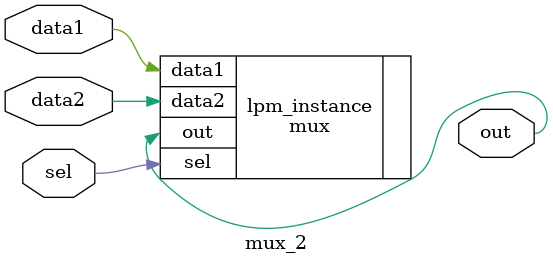
<source format=v>



module mux_2(data1,data2,sel,out);
input data1;
input data2;
input sel;
output out;

mux	lpm_instance(.data1(data1),.data2(data2),.sel(sel),.out(out));

endmodule

</source>
